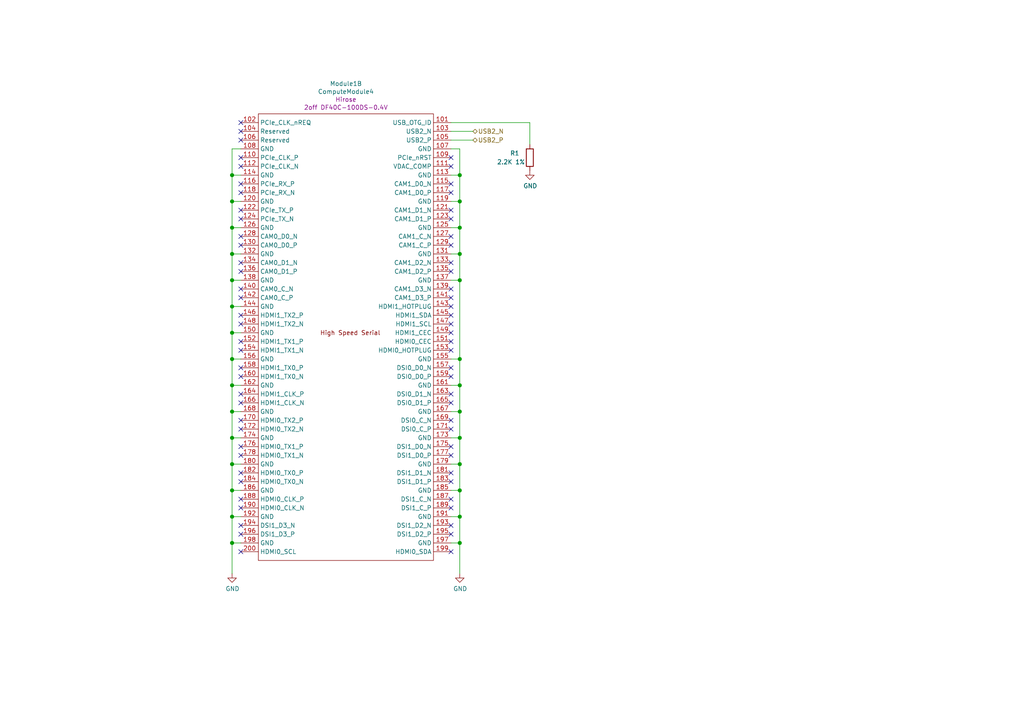
<source format=kicad_sch>
(kicad_sch (version 20230121) (generator eeschema)
  (paper "A4")
  (lib_symbols
    (symbol "CM4IO:ComputeModule4-CM4"
      (property "Reference" "Module" (at 113.03 -68.58 0))
      (property "Value" "ComputeModule4-CM4" (at 140.97 2.54 0))
      (property "Field4" "Hirose" (at 0 0 0))
      (property "Field5" "2x DF40C-100DS-0.4V" (at 0 -2.54 0))
      (symbol "ComputeModule4-CM4_1_0"
        (text "GPIO" (at 0 6.35 0) (effects (font (size 1.27 1.27))))
      )
      (symbol "ComputeModule4-CM4_1_1"
        (rectangle (start -30.48 -71.12) (end 25.4 58.42))
        (text "600mA Max" (at -8.89 -53.34 0) (effects (font (size 1.27 1.27))))
        (text "600mA Max" (at -8.89 -48.26 0) (effects (font (size 1.27 1.27))))
        (text "NB SD signals are only available" (at -1.27 -27.94 0) (effects (font (size 1.27 1.27))))
        (text "on modules without eMMC" (at -1.27 -30.48 0) (effects (font (size 1.27 1.27))))
        (pin power_in line (at 27.94 55.88 180) (length 2.54) (name "GND") (number "1"))
        (pin passive line (at -33.02 45.72 0) (length 2.54) (name "Ethernet_Pair0_N") (number "10"))
        (pin output line (at -33.02 -68.58 0) (length 2.54) (name "nEXTRST") (number "100"))
        (pin passive line (at 27.94 43.18 180) (length 2.54) (name "Ethernet_Pair2_P") (number "11"))
        (pin passive line (at -33.02 43.18 0) (length 2.54) (name "Ethernet_Pair0_P") (number "12"))
        (pin power_in line (at 27.94 40.64 180) (length 2.54) (name "GND") (number "13"))
        (pin power_in line (at -33.02 40.64 0) (length 2.54) (name "GND") (number "14"))
        (pin output line (at 27.94 38.1 180) (length 2.54) (name "Ethernet_nLED3(3.3v)") (number "15"))
        (pin input line (at -33.02 38.1 0) (length 2.54) (name "Ethernet_SYNC_IN(1.8v)") (number "16"))
        (pin output line (at 27.94 35.56 180) (length 2.54) (name "Ethernet_nLED2(3.3v)") (number "17"))
        (pin input line (at -33.02 35.56 0) (length 2.54) (name "Ethernet_SYNC_OUT(1.8v)") (number "18"))
        (pin output line (at 27.94 33.02 180) (length 2.54) (name "Ethernet_nLED1(3.3v)") (number "19"))
        (pin power_in line (at -33.02 55.88 0) (length 2.54) (name "GND") (number "2"))
        (pin passive line (at -33.02 33.02 0) (length 2.54) (name "EEPROM_nWP") (number "20"))
        (pin open_collector line (at 27.94 30.48 180) (length 2.54) (name "PI_nLED_Activity") (number "21"))
        (pin power_in line (at -33.02 30.48 0) (length 2.54) (name "GND") (number "22"))
        (pin power_in line (at 27.94 27.94 180) (length 2.54) (name "GND") (number "23"))
        (pin passive line (at -33.02 27.94 0) (length 2.54) (name "GPIO26") (number "24"))
        (pin passive line (at 27.94 25.4 180) (length 2.54) (name "GPIO21") (number "25"))
        (pin passive line (at -33.02 25.4 0) (length 2.54) (name "GPIO19") (number "26"))
        (pin passive line (at 27.94 22.86 180) (length 2.54) (name "GPIO20") (number "27"))
        (pin passive line (at -33.02 22.86 0) (length 2.54) (name "GPIO13") (number "28"))
        (pin passive line (at 27.94 20.32 180) (length 2.54) (name "GPIO16") (number "29"))
        (pin passive line (at 27.94 53.34 180) (length 2.54) (name "Ethernet_Pair3_P") (number "3"))
        (pin passive line (at -33.02 20.32 0) (length 2.54) (name "GPIO6") (number "30"))
        (pin passive line (at 27.94 17.78 180) (length 2.54) (name "GPIO12") (number "31"))
        (pin power_in line (at -33.02 17.78 0) (length 2.54) (name "GND") (number "32"))
        (pin power_in line (at 27.94 15.24 180) (length 2.54) (name "GND") (number "33"))
        (pin passive line (at -33.02 15.24 0) (length 2.54) (name "GPIO5") (number "34"))
        (pin passive line (at 27.94 12.7 180) (length 2.54) (name "ID_SC") (number "35"))
        (pin passive line (at -33.02 12.7 0) (length 2.54) (name "ID_SD") (number "36"))
        (pin passive line (at 27.94 10.16 180) (length 2.54) (name "GPIO7") (number "37"))
        (pin passive line (at -33.02 10.16 0) (length 2.54) (name "GPIO11") (number "38"))
        (pin passive line (at 27.94 7.62 180) (length 2.54) (name "GPIO8") (number "39"))
        (pin passive line (at -33.02 53.34 0) (length 2.54) (name "Ethernet_Pair1_P") (number "4"))
        (pin passive line (at -33.02 7.62 0) (length 2.54) (name "GPIO9") (number "40"))
        (pin passive line (at 27.94 5.08 180) (length 2.54) (name "GPIO25") (number "41"))
        (pin power_in line (at -33.02 5.08 0) (length 2.54) (name "GND") (number "42"))
        (pin power_in line (at 27.94 2.54 180) (length 2.54) (name "GND") (number "43"))
        (pin passive line (at -33.02 2.54 0) (length 2.54) (name "GPIO10") (number "44"))
        (pin passive line (at 27.94 0 180) (length 2.54) (name "GPIO24") (number "45"))
        (pin passive line (at -33.02 0 0) (length 2.54) (name "GPIO22") (number "46"))
        (pin passive line (at 27.94 -2.54 180) (length 2.54) (name "GPIO23") (number "47"))
        (pin passive line (at -33.02 -2.54 0) (length 2.54) (name "GPIO27") (number "48"))
        (pin passive line (at 27.94 -5.08 180) (length 2.54) (name "GPIO18") (number "49"))
        (pin passive line (at 27.94 50.8 180) (length 2.54) (name "Ethernet_Pair3_N") (number "5"))
        (pin passive line (at -33.02 -5.08 0) (length 2.54) (name "GPIO17") (number "50"))
        (pin passive line (at 27.94 -7.62 180) (length 2.54) (name "GPIO15") (number "51"))
        (pin power_in line (at -33.02 -7.62 0) (length 2.54) (name "GND") (number "52"))
        (pin power_in line (at 27.94 -10.16 180) (length 2.54) (name "GND") (number "53"))
        (pin passive line (at -33.02 -10.16 0) (length 2.54) (name "GPIO4") (number "54"))
        (pin passive line (at 27.94 -12.7 180) (length 2.54) (name "GPIO14") (number "55"))
        (pin passive line (at -33.02 -12.7 0) (length 2.54) (name "GPIO3") (number "56"))
        (pin passive line (at 27.94 -15.24 180) (length 2.54) (name "SD_CLK") (number "57"))
        (pin passive line (at -33.02 -15.24 0) (length 2.54) (name "GPIO2") (number "58"))
        (pin power_in line (at 27.94 -17.78 180) (length 2.54) (name "GND") (number "59"))
        (pin passive line (at -33.02 50.8 0) (length 2.54) (name "Ethernet_Pair1_N") (number "6"))
        (pin power_in line (at -33.02 -17.78 0) (length 2.54) (name "GND") (number "60"))
        (pin passive line (at 27.94 -20.32 180) (length 2.54) (name "SD_DAT3") (number "61"))
        (pin passive line (at -33.02 -20.32 0) (length 2.54) (name "SD_CMD") (number "62"))
        (pin passive line (at 27.94 -22.86 180) (length 2.54) (name "SD_DAT0") (number "63"))
        (pin passive line (at -33.02 -22.86 0) (length 2.54) (name "SD_DAT5") (number "64"))
        (pin power_in line (at 27.94 -25.4 180) (length 2.54) (name "GND") (number "65"))
        (pin power_in line (at -33.02 -25.4 0) (length 2.54) (name "GND") (number "66"))
        (pin passive line (at 27.94 -27.94 180) (length 2.54) (name "SD_DAT1") (number "67"))
        (pin passive line (at -33.02 -27.94 0) (length 2.54) (name "SD_DAT4") (number "68"))
        (pin passive line (at 27.94 -30.48 180) (length 2.54) (name "SD_DAT2") (number "69"))
        (pin power_in line (at 27.94 48.26 180) (length 2.54) (name "GND") (number "7"))
        (pin passive line (at -33.02 -30.48 0) (length 2.54) (name "SD_DAT7") (number "70"))
        (pin power_in line (at 27.94 -33.02 180) (length 2.54) (name "GND") (number "71"))
        (pin passive line (at -33.02 -33.02 0) (length 2.54) (name "SD_DAT6") (number "72"))
        (pin input line (at 27.94 -35.56 180) (length 2.54) (name "SD_VDD_Override") (number "73"))
        (pin power_in line (at -33.02 -35.56 0) (length 2.54) (name "GND") (number "74"))
        (pin output line (at 27.94 -38.1 180) (length 2.54) (name "SD_PWR_ON") (number "75"))
        (pin passive line (at -33.02 -38.1 0) (length 2.54) (name "Reserved") (number "76"))
        (pin power_in line (at 27.94 -40.64 180) (length 2.54) (name "+5v_(Input)") (number "77"))
        (pin power_in line (at -33.02 -40.64 0) (length 2.54) (name "GPIO_VREF(1.8v/3.3v_Input)") (number "78"))
        (pin power_in line (at 27.94 -43.18 180) (length 2.54) (name "+5v_(Input)") (number "79"))
        (pin power_in line (at -33.02 48.26 0) (length 2.54) (name "GND") (number "8"))
        (pin passive line (at -33.02 -43.18 0) (length 2.54) (name "SCL0") (number "80"))
        (pin power_in line (at 27.94 -45.72 180) (length 2.54) (name "+5v_(Input)") (number "81"))
        (pin passive line (at -33.02 -45.72 0) (length 2.54) (name "SDA0") (number "82"))
        (pin power_in line (at 27.94 -48.26 180) (length 2.54) (name "+5v_(Input)") (number "83"))
        (pin power_out line (at -33.02 -48.26 0) (length 2.54) (name "+3.3v_(Output)") (number "84"))
        (pin power_in line (at 27.94 -50.8 180) (length 2.54) (name "+5v_(Input)") (number "85"))
        (pin power_out line (at -33.02 -50.8 0) (length 2.54) (name "+3.3v_(Output)") (number "86"))
        (pin power_in line (at 27.94 -53.34 180) (length 2.54) (name "+5v_(Input)") (number "87"))
        (pin power_out line (at -33.02 -53.34 0) (length 2.54) (name "+1.8v_(Output)") (number "88"))
        (pin power_in line (at 27.94 -55.88 180) (length 2.54) (name "WiFi_nDisable") (number "89"))
        (pin passive line (at 27.94 45.72 180) (length 2.54) (name "Ethernet_Pair2_N") (number "9"))
        (pin power_out line (at -33.02 -55.88 0) (length 2.54) (name "+1.8v_(Output)") (number "90"))
        (pin power_in line (at 27.94 -58.42 180) (length 2.54) (name "BT_nDisable") (number "91"))
        (pin passive line (at -33.02 -58.42 0) (length 2.54) (name "RUN_PG") (number "92"))
        (pin input line (at 27.94 -60.96 180) (length 2.54) (name "nRPIBOOT") (number "93"))
        (pin passive line (at -33.02 -60.96 0) (length 2.54) (name "AnalogIP0") (number "94"))
        (pin output line (at 27.94 -63.5 180) (length 2.54) (name "nPI_LED_PWR") (number "95"))
        (pin passive line (at -33.02 -63.5 0) (length 2.54) (name "AnalogIP1") (number "96"))
        (pin passive line (at 27.94 -66.04 180) (length 2.54) (name "Camera_GPIO") (number "97"))
        (pin power_in line (at -33.02 -66.04 0) (length 2.54) (name "GND") (number "98"))
        (pin input line (at 27.94 -68.58 180) (length 2.54) (name "Global_EN") (number "99"))
      )
      (symbol "ComputeModule4-CM4_2_1"
        (rectangle (start 114.3 -66.04) (end 165.1 63.5))
        (text "High Speed Serial" (at 140.97 0 0) (effects (font (size 1.27 1.27))))
        (pin input line (at 170.18 60.96 180) (length 5.08) (name "USB_OTG_ID") (number "101"))
        (pin input line (at 109.22 60.96 0) (length 5.08) (name "PCIe_CLK_nREQ") (number "102"))
        (pin passive line (at 170.18 58.42 180) (length 5.08) (name "USB2_N") (number "103"))
        (pin passive line (at 109.22 58.42 0) (length 5.08) (name "Reserved") (number "104"))
        (pin passive line (at 170.18 55.88 180) (length 5.08) (name "USB2_P") (number "105"))
        (pin passive line (at 109.22 55.88 0) (length 5.08) (name "Reserved") (number "106"))
        (pin power_in line (at 170.18 53.34 180) (length 5.08) (name "GND") (number "107"))
        (pin power_in line (at 109.22 53.34 0) (length 5.08) (name "GND") (number "108"))
        (pin bidirectional line (at 170.18 50.8 180) (length 5.08) (name "PCIe_nRST") (number "109"))
        (pin output line (at 109.22 50.8 0) (length 5.08) (name "PCIe_CLK_P") (number "110"))
        (pin passive line (at 170.18 48.26 180) (length 5.08) (name "VDAC_COMP") (number "111"))
        (pin output line (at 109.22 48.26 0) (length 5.08) (name "PCIe_CLK_N") (number "112"))
        (pin power_in line (at 170.18 45.72 180) (length 5.08) (name "GND") (number "113"))
        (pin power_in line (at 109.22 45.72 0) (length 5.08) (name "GND") (number "114"))
        (pin input line (at 170.18 43.18 180) (length 5.08) (name "CAM1_D0_N") (number "115"))
        (pin input line (at 109.22 43.18 0) (length 5.08) (name "PCIe_RX_P") (number "116"))
        (pin input line (at 170.18 40.64 180) (length 5.08) (name "CAM1_D0_P") (number "117"))
        (pin input line (at 109.22 40.64 0) (length 5.08) (name "PCIe_RX_N") (number "118"))
        (pin power_in line (at 170.18 38.1 180) (length 5.08) (name "GND") (number "119"))
        (pin power_in line (at 109.22 38.1 0) (length 5.08) (name "GND") (number "120"))
        (pin input line (at 170.18 35.56 180) (length 5.08) (name "CAM1_D1_N") (number "121"))
        (pin output line (at 109.22 35.56 0) (length 5.08) (name "PCIe_TX_P") (number "122"))
        (pin input line (at 170.18 33.02 180) (length 5.08) (name "CAM1_D1_P") (number "123"))
        (pin output line (at 109.22 33.02 0) (length 5.08) (name "PCIe_TX_N") (number "124"))
        (pin power_in line (at 170.18 30.48 180) (length 5.08) (name "GND") (number "125"))
        (pin power_in line (at 109.22 30.48 0) (length 5.08) (name "GND") (number "126"))
        (pin input line (at 170.18 27.94 180) (length 5.08) (name "CAM1_C_N") (number "127"))
        (pin input line (at 109.22 27.94 0) (length 5.08) (name "CAM0_D0_N") (number "128"))
        (pin input line (at 170.18 25.4 180) (length 5.08) (name "CAM1_C_P") (number "129"))
        (pin input line (at 109.22 25.4 0) (length 5.08) (name "CAM0_D0_P") (number "130"))
        (pin power_in line (at 170.18 22.86 180) (length 5.08) (name "GND") (number "131"))
        (pin power_in line (at 109.22 22.86 0) (length 5.08) (name "GND") (number "132"))
        (pin input line (at 170.18 20.32 180) (length 5.08) (name "CAM1_D2_N") (number "133"))
        (pin input line (at 109.22 20.32 0) (length 5.08) (name "CAM0_D1_N") (number "134"))
        (pin input line (at 170.18 17.78 180) (length 5.08) (name "CAM1_D2_P") (number "135"))
        (pin input line (at 109.22 17.78 0) (length 5.08) (name "CAM0_D1_P") (number "136"))
        (pin power_in line (at 170.18 15.24 180) (length 5.08) (name "GND") (number "137"))
        (pin power_in line (at 109.22 15.24 0) (length 5.08) (name "GND") (number "138"))
        (pin input line (at 170.18 12.7 180) (length 5.08) (name "CAM1_D3_N") (number "139"))
        (pin input line (at 109.22 12.7 0) (length 5.08) (name "CAM0_C_N") (number "140"))
        (pin input line (at 170.18 10.16 180) (length 5.08) (name "CAM1_D3_P") (number "141"))
        (pin input line (at 109.22 10.16 0) (length 5.08) (name "CAM0_C_P") (number "142"))
        (pin input line (at 170.18 7.62 180) (length 5.08) (name "HDMI1_HOTPLUG") (number "143"))
        (pin power_in line (at 109.22 7.62 0) (length 5.08) (name "GND") (number "144"))
        (pin bidirectional line (at 170.18 5.08 180) (length 5.08) (name "HDMI1_SDA") (number "145"))
        (pin output line (at 109.22 5.08 0) (length 5.08) (name "HDMI1_TX2_P") (number "146"))
        (pin open_collector line (at 170.18 2.54 180) (length 5.08) (name "HDMI1_SCL") (number "147"))
        (pin output line (at 109.22 2.54 0) (length 5.08) (name "HDMI1_TX2_N") (number "148"))
        (pin open_collector line (at 170.18 0 180) (length 5.08) (name "HDMI1_CEC") (number "149"))
        (pin power_in line (at 109.22 0 0) (length 5.08) (name "GND") (number "150"))
        (pin open_collector line (at 170.18 -2.54 180) (length 5.08) (name "HDMI0_CEC") (number "151"))
        (pin output line (at 109.22 -2.54 0) (length 5.08) (name "HDMI1_TX1_P") (number "152"))
        (pin input line (at 170.18 -5.08 180) (length 5.08) (name "HDMI0_HOTPLUG") (number "153"))
        (pin output line (at 109.22 -5.08 0) (length 5.08) (name "HDMI1_TX1_N") (number "154"))
        (pin power_in line (at 170.18 -7.62 180) (length 5.08) (name "GND") (number "155"))
        (pin power_in line (at 109.22 -7.62 0) (length 5.08) (name "GND") (number "156"))
        (pin output line (at 170.18 -10.16 180) (length 5.08) (name "DSI0_D0_N") (number "157"))
        (pin output line (at 109.22 -10.16 0) (length 5.08) (name "HDMI1_TX0_P") (number "158"))
        (pin output line (at 170.18 -12.7 180) (length 5.08) (name "DSI0_D0_P") (number "159"))
        (pin output line (at 109.22 -12.7 0) (length 5.08) (name "HDMI1_TX0_N") (number "160"))
        (pin power_in line (at 170.18 -15.24 180) (length 5.08) (name "GND") (number "161"))
        (pin power_in line (at 109.22 -15.24 0) (length 5.08) (name "GND") (number "162"))
        (pin output line (at 170.18 -17.78 180) (length 5.08) (name "DSI0_D1_N") (number "163"))
        (pin output line (at 109.22 -17.78 0) (length 5.08) (name "HDMI1_CLK_P") (number "164"))
        (pin output line (at 170.18 -20.32 180) (length 5.08) (name "DSI0_D1_P") (number "165"))
        (pin output line (at 109.22 -20.32 0) (length 5.08) (name "HDMI1_CLK_N") (number "166"))
        (pin power_in line (at 170.18 -22.86 180) (length 5.08) (name "GND") (number "167"))
        (pin power_in line (at 109.22 -22.86 0) (length 5.08) (name "GND") (number "168"))
        (pin output line (at 170.18 -25.4 180) (length 5.08) (name "DSI0_C_N") (number "169"))
        (pin output line (at 109.22 -25.4 0) (length 5.08) (name "HDMI0_TX2_P") (number "170"))
        (pin output line (at 170.18 -27.94 180) (length 5.08) (name "DSI0_C_P") (number "171"))
        (pin output line (at 109.22 -27.94 0) (length 5.08) (name "HDMI0_TX2_N") (number "172"))
        (pin power_in line (at 170.18 -30.48 180) (length 5.08) (name "GND") (number "173"))
        (pin power_in line (at 109.22 -30.48 0) (length 5.08) (name "GND") (number "174"))
        (pin output line (at 170.18 -33.02 180) (length 5.08) (name "DSI1_D0_N") (number "175"))
        (pin output line (at 109.22 -33.02 0) (length 5.08) (name "HDMI0_TX1_P") (number "176"))
        (pin output line (at 170.18 -35.56 180) (length 5.08) (name "DSI1_D0_P") (number "177"))
        (pin output line (at 109.22 -35.56 0) (length 5.08) (name "HDMI0_TX1_N") (number "178"))
        (pin power_in line (at 170.18 -38.1 180) (length 5.08) (name "GND") (number "179"))
        (pin power_in line (at 109.22 -38.1 0) (length 5.08) (name "GND") (number "180"))
        (pin output line (at 170.18 -40.64 180) (length 5.08) (name "DSI1_D1_N") (number "181"))
        (pin output line (at 109.22 -40.64 0) (length 5.08) (name "HDMI0_TX0_P") (number "182"))
        (pin output line (at 170.18 -43.18 180) (length 5.08) (name "DSI1_D1_P") (number "183"))
        (pin output line (at 109.22 -43.18 0) (length 5.08) (name "HDMI0_TX0_N") (number "184"))
        (pin power_in line (at 170.18 -45.72 180) (length 5.08) (name "GND") (number "185"))
        (pin power_in line (at 109.22 -45.72 0) (length 5.08) (name "GND") (number "186"))
        (pin output line (at 170.18 -48.26 180) (length 5.08) (name "DSI1_C_N") (number "187"))
        (pin output line (at 109.22 -48.26 0) (length 5.08) (name "HDMI0_CLK_P") (number "188"))
        (pin output line (at 170.18 -50.8 180) (length 5.08) (name "DSI1_C_P") (number "189"))
        (pin output line (at 109.22 -50.8 0) (length 5.08) (name "HDMI0_CLK_N") (number "190"))
        (pin power_in line (at 170.18 -53.34 180) (length 5.08) (name "GND") (number "191"))
        (pin power_in line (at 109.22 -53.34 0) (length 5.08) (name "GND") (number "192"))
        (pin output line (at 170.18 -55.88 180) (length 5.08) (name "DSI1_D2_N") (number "193"))
        (pin output line (at 109.22 -55.88 0) (length 5.08) (name "DSI1_D3_N") (number "194"))
        (pin output line (at 170.18 -58.42 180) (length 5.08) (name "DSI1_D2_P") (number "195"))
        (pin output line (at 109.22 -58.42 0) (length 5.08) (name "DSI1_D3_P") (number "196"))
        (pin power_in line (at 170.18 -60.96 180) (length 5.08) (name "GND") (number "197"))
        (pin power_in line (at 109.22 -60.96 0) (length 5.08) (name "GND") (number "198"))
        (pin bidirectional line (at 170.18 -63.5 180) (length 5.08) (name "HDMI0_SDA") (number "199"))
        (pin open_collector line (at 109.22 -63.5 0) (length 5.08) (name "HDMI0_SCL") (number "200"))
      )
    )
    (symbol "Device:R" (pin_numbers hide) (pin_names (offset 0))
      (property "Reference" "R" (at 2.032 0 90))
      (property "Value" "R" (at 0 0 90))
      (symbol "R_0_1"
        (rectangle (start -1.016 -2.54) (end 1.016 2.54) (stroke (width 0.254)))
      )
      (symbol "R_1_1"
        (pin passive line (at 0 3.81 270) (length 1.27) (name "~") (number "1"))
        (pin passive line (at 0 -3.81 90) (length 1.27) (name "~") (number "2"))
      )
    )
    (symbol "power:GND" (power) (pin_names (offset 0))
      (property "Value" "GND" (at 0 -3.81 0))
      (symbol "GND_0_1"
        (polyline (pts (xy 0 0) (xy 0 -1.27) (xy 1.27 -1.27) (xy 0 -2.54) (xy -1.27 -1.27) (xy 0 -1.27)))
      )
      (symbol "GND_1_1"
        (pin power_in line (at 0 0 270) (length 0) hide (name "GND") (number "1"))
      )
    )
  )
  (junction (at 133.35 104.14) (diameter 1.016))
  (junction (at 67.31 88.9) (diameter 1.016))
  (junction (at 67.31 66.04) (diameter 1.016))
  (junction (at 133.35 66.04) (diameter 1.016))
  (junction (at 67.31 134.62) (diameter 1.016))
  (junction (at 67.31 127) (diameter 1.016))
  (junction (at 133.35 111.76) (diameter 1.016))
  (junction (at 67.31 58.42) (diameter 1.016))
  (junction (at 67.31 73.66) (diameter 1.016))
  (junction (at 67.31 96.52) (diameter 1.016))
  (junction (at 67.31 157.48) (diameter 1.016))
  (junction (at 133.35 58.42) (diameter 1.016))
  (junction (at 133.35 157.48) (diameter 1.016))
  (junction (at 67.31 50.8) (diameter 1.016))
  (junction (at 67.31 81.28) (diameter 1.016))
  (junction (at 133.35 142.24) (diameter 1.016))
  (junction (at 67.31 119.38) (diameter 1.016))
  (junction (at 67.31 104.14) (diameter 1.016))
  (junction (at 133.35 134.62) (diameter 1.016))
  (junction (at 67.31 111.76) (diameter 1.016))
  (junction (at 67.31 149.86) (diameter 1.016))
  (junction (at 67.31 142.24) (diameter 1.016))
  (junction (at 133.35 119.38) (diameter 1.016))
  (junction (at 133.35 73.66) (diameter 1.016))
  (junction (at 133.35 50.8) (diameter 1.016))
  (junction (at 133.35 81.28) (diameter 1.016))
  (junction (at 133.35 149.86) (diameter 1.016))
  (junction (at 133.35 127) (diameter 1.016))
  (no_connect (at 69.85 60.96))
  (no_connect (at 69.85 124.46))
  (no_connect (at 130.81 78.74))
  (no_connect (at 130.81 116.84))
  (no_connect (at 69.85 101.6))
  (no_connect (at 69.85 35.56))
  (no_connect (at 69.85 132.08))
  (no_connect (at 130.81 48.26))
  (no_connect (at 130.81 124.46))
  (no_connect (at 130.81 106.68))
  (no_connect (at 69.85 109.22))
  (no_connect (at 69.85 121.92))
  (no_connect (at 130.81 154.94))
  (no_connect (at 69.85 116.84))
  (no_connect (at 130.81 147.32))
  (no_connect (at 130.81 93.98))
  (no_connect (at 130.81 114.3))
  (no_connect (at 130.81 129.54))
  (no_connect (at 69.85 40.64))
  (no_connect (at 130.81 121.92))
  (no_connect (at 69.85 147.32))
  (no_connect (at 130.81 71.12))
  (no_connect (at 69.85 71.12))
  (no_connect (at 69.85 129.54))
  (no_connect (at 69.85 45.72))
  (no_connect (at 69.85 160.02))
  (no_connect (at 130.81 63.5))
  (no_connect (at 130.81 137.16))
  (no_connect (at 69.85 63.5))
  (no_connect (at 130.81 91.44))
  (no_connect (at 69.85 38.1))
  (no_connect (at 130.81 101.6))
  (no_connect (at 69.85 137.16))
  (no_connect (at 130.81 86.36))
  (no_connect (at 130.81 96.52))
  (no_connect (at 130.81 45.72))
  (no_connect (at 130.81 99.06))
  (no_connect (at 69.85 76.2))
  (no_connect (at 69.85 48.26))
  (no_connect (at 69.85 78.74))
  (no_connect (at 130.81 68.58))
  (no_connect (at 69.85 99.06))
  (no_connect (at 69.85 91.44))
  (no_connect (at 130.81 139.7))
  (no_connect (at 69.85 55.88))
  (no_connect (at 69.85 152.4))
  (no_connect (at 130.81 88.9))
  (no_connect (at 130.81 160.02))
  (no_connect (at 130.81 152.4))
  (no_connect (at 69.85 93.98))
  (no_connect (at 69.85 144.78))
  (no_connect (at 130.81 83.82))
  (no_connect (at 130.81 109.22))
  (no_connect (at 130.81 76.2))
  (no_connect (at 69.85 154.94))
  (no_connect (at 69.85 106.68))
  (no_connect (at 69.85 83.82))
  (no_connect (at 130.81 132.08))
  (no_connect (at 69.85 53.34))
  (no_connect (at 69.85 86.36))
  (no_connect (at 130.81 144.78))
  (no_connect (at 69.85 139.7))
  (no_connect (at 130.81 60.96))
  (no_connect (at 130.81 55.88))
  (no_connect (at 69.85 68.58))
  (no_connect (at 69.85 114.3))
  (no_connect (at 130.81 53.34))
  (wire (pts (xy 67.31 104.14) (xy 69.85 104.14)))
  (wire (pts (xy 67.31 43.18) (xy 67.31 50.8)))
  (wire (pts (xy 67.31 81.28) (xy 69.85 81.28)))
  (wire (pts (xy 133.35 73.66) (xy 133.35 66.04)))
  (wire (pts (xy 67.31 66.04) (xy 69.85 66.04)))
  (wire (pts (xy 133.35 66.04) (xy 133.35 58.42)))
  (wire (pts (xy 133.35 134.62) (xy 133.35 142.24)))
  (wire (pts (xy 69.85 43.18) (xy 67.31 43.18)))
  (wire (pts (xy 130.81 66.04) (xy 133.35 66.04)))
  (wire (pts (xy 67.31 134.62) (xy 69.85 134.62)))
  (wire (pts (xy 133.35 149.86) (xy 133.35 157.48)))
  (wire (pts (xy 133.35 127) (xy 133.35 134.62)))
  (wire (pts (xy 67.31 58.42) (xy 69.85 58.42)))
  (wire (pts (xy 133.35 111.76) (xy 133.35 119.38)))
  (wire (pts (xy 130.81 40.64) (xy 137.16 40.64)))
  (wire (pts (xy 130.81 119.38) (xy 133.35 119.38)))
  (wire (pts (xy 67.31 104.14) (xy 67.31 111.76)))
  (wire (pts (xy 133.35 43.18) (xy 130.81 43.18)))
  (wire (pts (xy 133.35 81.28) (xy 133.35 104.14)))
  (wire (pts (xy 67.31 58.42) (xy 67.31 66.04)))
  (wire (pts (xy 67.31 73.66) (xy 67.31 81.28)))
  (wire (pts (xy 67.31 88.9) (xy 69.85 88.9)))
  (wire (pts (xy 130.81 58.42) (xy 133.35 58.42)))
  (wire (pts (xy 67.31 142.24) (xy 67.31 149.86)))
  (wire (pts (xy 67.31 119.38) (xy 67.31 127)))
  (wire (pts (xy 67.31 96.52) (xy 67.31 104.14)))
  (wire (pts (xy 130.81 81.28) (xy 133.35 81.28)))
  (wire (pts (xy 130.81 157.48) (xy 133.35 157.48)))
  (wire (pts (xy 130.81 104.14) (xy 133.35 104.14)))
  (wire (pts (xy 133.35 142.24) (xy 133.35 149.86)))
  (wire (pts (xy 67.31 50.8) (xy 67.31 58.42)))
  (wire (pts (xy 67.31 111.76) (xy 67.31 119.38)))
  (wire (pts (xy 130.81 134.62) (xy 133.35 134.62)))
  (wire (pts (xy 133.35 104.14) (xy 133.35 111.76)))
  (wire (pts (xy 130.81 50.8) (xy 133.35 50.8)))
  (wire (pts (xy 133.35 157.48) (xy 133.35 166.37)))
  (wire (pts (xy 67.31 73.66) (xy 69.85 73.66)))
  (wire (pts (xy 130.81 38.1) (xy 137.16 38.1)))
  (wire (pts (xy 67.31 157.48) (xy 67.31 166.37)))
  (wire (pts (xy 133.35 58.42) (xy 133.35 50.8)))
  (wire (pts (xy 67.31 149.86) (xy 67.31 157.48)))
  (wire (pts (xy 67.31 142.24) (xy 69.85 142.24)))
  (wire (pts (xy 67.31 88.9) (xy 67.31 96.52)))
  (wire (pts (xy 153.67 35.56) (xy 130.81 35.56)))
  (wire (pts (xy 67.31 96.52) (xy 69.85 96.52)))
  (wire (pts (xy 69.85 157.48) (xy 67.31 157.48)))
  (wire (pts (xy 67.31 81.28) (xy 67.31 88.9)))
  (wire (pts (xy 130.81 73.66) (xy 133.35 73.66)))
  (wire (pts (xy 133.35 50.8) (xy 133.35 43.18)))
  (wire (pts (xy 67.31 127) (xy 67.31 134.62)))
  (wire (pts (xy 69.85 149.86) (xy 67.31 149.86)))
  (wire (pts (xy 133.35 81.28) (xy 133.35 73.66)))
  (wire (pts (xy 130.81 111.76) (xy 133.35 111.76)))
  (wire (pts (xy 153.67 35.56) (xy 153.67 41.91)))
  (wire (pts (xy 67.31 111.76) (xy 69.85 111.76)))
  (wire (pts (xy 67.31 134.62) (xy 67.31 142.24)))
  (wire (pts (xy 67.31 66.04) (xy 67.31 73.66)))
  (wire (pts (xy 67.31 119.38) (xy 69.85 119.38)))
  (wire (pts (xy 67.31 50.8) (xy 69.85 50.8)))
  (wire (pts (xy 130.81 142.24) (xy 133.35 142.24)))
  (wire (pts (xy 130.81 127) (xy 133.35 127)))
  (wire (pts (xy 130.81 149.86) (xy 133.35 149.86)))
  (wire (pts (xy 133.35 119.38) (xy 133.35 127)))
  (wire (pts (xy 67.31 127) (xy 69.85 127)))
  (hierarchical_label "USB2_P" (shape bidirectional) (at 137.16 40.64 0))
  (hierarchical_label "USB2_N" (shape bidirectional) (at 137.16 38.1 0))
  (symbol (lib_id "CM4IO:ComputeModule4-CM4") (at -39.37 96.52 0) (unit 2)
    (property "Reference" "Module1" (at 100.33 24.257 0))
    (property "Value" "ComputeModule4" (at 100.33 26.5684 0))
    (property "Footprint" "CM4IO:Raspberry-Pi-4-Compute-Module" (effects hide))
    (property "Field4" "Hirose" (at 100.33 28.8544 0))
    (property "Field5" "2off DF40C-100DS-0.4V" (at 100.33 31.1658 0))
    (property "Field6" "2off DF40C-100DS-0.4V" (effects hide))
    (property "Field7" "Hirose" (effects hide))
    (property "Part Description" "	100 Position Connector Receptacle, Center Strip Contacts Surface Mount Gold" (effects hide))
  )
  (symbol (lib_id "Device:R") (at 153.67 45.72 0) (unit 1)
    (property "Reference" "R1" (at 147.955 44.45 0) (effects (justify left)))
    (property "Value" "2.2K 1%" (at 144.145 46.99 0) (effects (justify left)))
    (property "Footprint" "Resistor_SMD:R_0805_2012Metric_Pad1.20x1.40mm_HandSolder" (effects hide))
    (property "Datasheet" "https://fscdn.rohm.com/en/products/databook/datasheet/passive/resistor/chip_resistor/mcr-e.pdf" (effects hide))
    (property "Field4" "Farnell" (effects hide))
    (property "Field5" "9239278" (effects hide))
    (property "Field7" "KOA EUROPE GMBH" (effects hide))
    (property "Field6" "RK73G1ETQTP2201D         " (effects hide))
    (property "Part Description" "Resistor 2.2K M1005 1% 63mW" (effects hide))
    (property "Field8" "120889581" (effects hide))
    (instances (project "VolumioAmp" (path "" (reference "R1") (unit 1))) (project "CM4IOv5" (path "" (reference "R11") (unit 1))))
  )
  (symbol (lib_id "power:GND") (at 133.35 166.37 0) (unit 1)
    (property "Reference" "#PWR02" (effects hide))
    (property "Value" "GND" (at 133.477 170.7642 0))
    (instances (project "VolumioAmp" (path "" (reference "#PWR02") (unit 1))) (project "CM4IOv5" (path "" (reference "#PWR0130") (unit 1))))
  )
  (symbol (lib_id "power:GND") (at 153.67 49.53 0) (unit 1)
    (property "Reference" "#PWR03" (effects hide))
    (property "Value" "GND" (at 153.797 53.9242 0))
    (instances (project "VolumioAmp" (path "" (reference "#PWR03") (unit 1))) (project "CM4IOv5" (path "" (reference "#PWR0144") (unit 1))))
  )
  (symbol (lib_id "power:GND") (at 67.31 166.37 0) (unit 1)
    (property "Reference" "#PWR01" (effects hide))
    (property "Value" "GND" (at 67.437 170.7642 0))
    (instances (project "VolumioAmp" (path "" (reference "#PWR01") (unit 1))) (project "CM4IOv5" (path "" (reference "#PWR0131") (unit 1))))
  )
)
</source>
